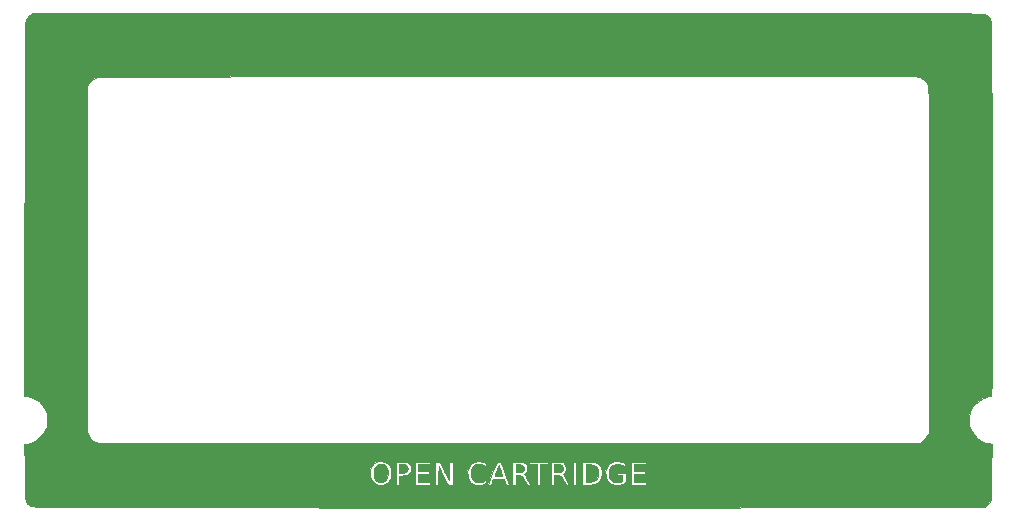
<source format=gbr>
G04 #@! TF.GenerationSoftware,KiCad,Pcbnew,5.0.2-bee76a0~70~ubuntu18.04.1*
G04 #@! TF.CreationDate,2020-04-30T09:21:28+02:00*
G04 #@! TF.ProjectId,OpenFrame,4f70656e-4672-4616-9d65-2e6b69636164,rev?*
G04 #@! TF.SameCoordinates,Original*
G04 #@! TF.FileFunction,Legend,Top*
G04 #@! TF.FilePolarity,Positive*
%FSLAX46Y46*%
G04 Gerber Fmt 4.6, Leading zero omitted, Abs format (unit mm)*
G04 Created by KiCad (PCBNEW 5.0.2-bee76a0~70~ubuntu18.04.1) date Do 30 Apr 2020 09:21:28 CEST*
%MOMM*%
%LPD*%
G01*
G04 APERTURE LIST*
%ADD10C,0.010000*%
%ADD11C,0.150000*%
G04 APERTURE END LIST*
D10*
G04 #@! TO.C,G\002A\002A\002A*
G36*
X111920566Y-83713537D02*
X112198575Y-83754020D01*
X112406676Y-83838566D01*
X112550203Y-83972418D01*
X112634489Y-84160820D01*
X112664868Y-84409015D01*
X112665138Y-84445433D01*
X112640871Y-84715036D01*
X112566666Y-84918646D01*
X112437316Y-85061363D01*
X112247610Y-85148285D01*
X111992340Y-85184513D01*
X111908319Y-85186266D01*
X111607800Y-85186266D01*
X111607800Y-83693465D01*
X111920566Y-83713537D01*
X111920566Y-83713537D01*
G37*
X111920566Y-83713537D02*
X112198575Y-83754020D01*
X112406676Y-83838566D01*
X112550203Y-83972418D01*
X112634489Y-84160820D01*
X112664868Y-84409015D01*
X112665138Y-84445433D01*
X112640871Y-84715036D01*
X112566666Y-84918646D01*
X112437316Y-85061363D01*
X112247610Y-85148285D01*
X111992340Y-85184513D01*
X111908319Y-85186266D01*
X111607800Y-85186266D01*
X111607800Y-83693465D01*
X111920566Y-83713537D01*
G36*
X109221623Y-83712618D02*
X109385480Y-83728479D01*
X109489381Y-83755604D01*
X109557970Y-83801900D01*
X109581456Y-83828073D01*
X109651620Y-83975036D01*
X109644978Y-84130813D01*
X109562848Y-84271580D01*
X109556557Y-84278024D01*
X109481512Y-84338703D01*
X109392692Y-84370254D01*
X109260208Y-84381309D01*
X109196724Y-84381933D01*
X108940800Y-84381933D01*
X108940800Y-83694736D01*
X109221623Y-83712618D01*
X109221623Y-83712618D01*
G37*
X109221623Y-83712618D02*
X109385480Y-83728479D01*
X109489381Y-83755604D01*
X109557970Y-83801900D01*
X109581456Y-83828073D01*
X109651620Y-83975036D01*
X109644978Y-84130813D01*
X109562848Y-84271580D01*
X109556557Y-84278024D01*
X109481512Y-84338703D01*
X109392692Y-84370254D01*
X109260208Y-84381309D01*
X109196724Y-84381933D01*
X108940800Y-84381933D01*
X108940800Y-83694736D01*
X109221623Y-83712618D01*
G36*
X105941430Y-83713251D02*
X106102516Y-83731907D01*
X106204681Y-83764893D01*
X106273481Y-83820933D01*
X106280096Y-83828863D01*
X106349772Y-83975306D01*
X106342934Y-84130871D01*
X106260952Y-84271471D01*
X106254557Y-84278024D01*
X106173817Y-84341730D01*
X106076442Y-84373044D01*
X105930069Y-84381897D01*
X105915891Y-84381933D01*
X105681133Y-84381933D01*
X105681133Y-83694423D01*
X105941430Y-83713251D01*
X105941430Y-83713251D01*
G37*
X105941430Y-83713251D02*
X106102516Y-83731907D01*
X106204681Y-83764893D01*
X106273481Y-83820933D01*
X106280096Y-83828863D01*
X106349772Y-83975306D01*
X106342934Y-84130871D01*
X106260952Y-84271471D01*
X106254557Y-84278024D01*
X106173817Y-84341730D01*
X106076442Y-84373044D01*
X105930069Y-84381897D01*
X105915891Y-84381933D01*
X105681133Y-84381933D01*
X105681133Y-83694423D01*
X105941430Y-83713251D01*
G36*
X104244982Y-83845008D02*
X104285345Y-83949578D01*
X104338289Y-84093397D01*
X104396543Y-84255987D01*
X104452833Y-84416871D01*
X104499887Y-84555571D01*
X104530433Y-84651609D01*
X104538133Y-84683316D01*
X104499262Y-84701137D01*
X104396437Y-84714320D01*
X104250344Y-84720436D01*
X104220633Y-84720600D01*
X104032591Y-84714193D01*
X103927383Y-84695025D01*
X103903133Y-84671910D01*
X103916431Y-84615988D01*
X103951599Y-84506450D01*
X104001544Y-84362531D01*
X104059176Y-84203471D01*
X104117403Y-84048506D01*
X104169133Y-83916874D01*
X104207277Y-83827813D01*
X104224474Y-83800163D01*
X104244982Y-83845008D01*
X104244982Y-83845008D01*
G37*
X104244982Y-83845008D02*
X104285345Y-83949578D01*
X104338289Y-84093397D01*
X104396543Y-84255987D01*
X104452833Y-84416871D01*
X104499887Y-84555571D01*
X104530433Y-84651609D01*
X104538133Y-84683316D01*
X104499262Y-84701137D01*
X104396437Y-84714320D01*
X104250344Y-84720436D01*
X104220633Y-84720600D01*
X104032591Y-84714193D01*
X103927383Y-84695025D01*
X103903133Y-84671910D01*
X103916431Y-84615988D01*
X103951599Y-84506450D01*
X104001544Y-84362531D01*
X104059176Y-84203471D01*
X104117403Y-84048506D01*
X104169133Y-83916874D01*
X104207277Y-83827813D01*
X104224474Y-83800163D01*
X104244982Y-83845008D01*
G36*
X96242020Y-83724168D02*
X96391117Y-83785997D01*
X96484527Y-83894776D01*
X96497658Y-83923167D01*
X96525181Y-84076351D01*
X96493256Y-84225494D01*
X96410648Y-84340755D01*
X96366369Y-84370188D01*
X96262913Y-84401232D01*
X96117715Y-84420553D01*
X96039717Y-84423642D01*
X95817467Y-84424266D01*
X95817467Y-83704600D01*
X96027141Y-83704600D01*
X96242020Y-83724168D01*
X96242020Y-83724168D01*
G37*
X96242020Y-83724168D02*
X96391117Y-83785997D01*
X96484527Y-83894776D01*
X96497658Y-83923167D01*
X96525181Y-84076351D01*
X96493256Y-84225494D01*
X96410648Y-84340755D01*
X96366369Y-84370188D01*
X96262913Y-84401232D01*
X96117715Y-84420553D01*
X96039717Y-84423642D01*
X95817467Y-84424266D01*
X95817467Y-83704600D01*
X96027141Y-83704600D01*
X96242020Y-83724168D01*
G36*
X94442620Y-83709982D02*
X94568044Y-83763821D01*
X94698170Y-83895588D01*
X94787037Y-84080108D01*
X94834869Y-84297689D01*
X94841885Y-84528635D01*
X94808308Y-84753255D01*
X94734357Y-84951854D01*
X94620255Y-85104740D01*
X94552417Y-85155441D01*
X94381769Y-85214663D01*
X94183073Y-85223067D01*
X93995684Y-85181075D01*
X93930245Y-85148772D01*
X93784358Y-85011681D01*
X93691275Y-84810005D01*
X93650562Y-84542690D01*
X93648525Y-84467190D01*
X93675284Y-84181273D01*
X93760112Y-83955593D01*
X93903883Y-83787954D01*
X93926233Y-83770831D01*
X94074627Y-83706340D01*
X94258955Y-83685923D01*
X94442620Y-83709982D01*
X94442620Y-83709982D01*
G37*
X94442620Y-83709982D02*
X94568044Y-83763821D01*
X94698170Y-83895588D01*
X94787037Y-84080108D01*
X94834869Y-84297689D01*
X94841885Y-84528635D01*
X94808308Y-84753255D01*
X94734357Y-84951854D01*
X94620255Y-85104740D01*
X94552417Y-85155441D01*
X94381769Y-85214663D01*
X94183073Y-85223067D01*
X93995684Y-85181075D01*
X93930245Y-85148772D01*
X93784358Y-85011681D01*
X93691275Y-84810005D01*
X93650562Y-84542690D01*
X93648525Y-84467190D01*
X93675284Y-84181273D01*
X93760112Y-83955593D01*
X93903883Y-83787954D01*
X93926233Y-83770831D01*
X94074627Y-83706340D01*
X94258955Y-83685923D01*
X94442620Y-83709982D01*
G36*
X104640607Y-45494273D02*
X106479005Y-45495398D01*
X108297671Y-45496578D01*
X110094728Y-45497813D01*
X111868302Y-45499098D01*
X113616516Y-45500432D01*
X115337493Y-45501811D01*
X117029360Y-45503234D01*
X118690238Y-45504697D01*
X120318253Y-45506198D01*
X121911529Y-45507734D01*
X123468189Y-45509303D01*
X124986359Y-45510901D01*
X126464161Y-45512528D01*
X127899720Y-45514178D01*
X129291161Y-45515851D01*
X130636607Y-45517544D01*
X131934182Y-45519253D01*
X133182011Y-45520977D01*
X134378217Y-45522712D01*
X135520925Y-45524456D01*
X136608260Y-45526206D01*
X137638344Y-45527960D01*
X138609302Y-45529715D01*
X139519259Y-45531469D01*
X140366337Y-45533218D01*
X141148663Y-45534961D01*
X141864359Y-45536694D01*
X142511549Y-45538415D01*
X143088359Y-45540121D01*
X143592911Y-45541810D01*
X144023330Y-45543479D01*
X144377741Y-45545125D01*
X144654266Y-45546746D01*
X144851032Y-45548339D01*
X144966160Y-45549902D01*
X144995617Y-45550847D01*
X145204333Y-45566656D01*
X145347654Y-45582975D01*
X145444736Y-45604832D01*
X145514729Y-45637252D01*
X145576788Y-45685262D01*
X145604371Y-45710606D01*
X145707607Y-45831145D01*
X145802876Y-45979706D01*
X145827238Y-46027933D01*
X145843484Y-46065236D01*
X145857669Y-46105793D01*
X145869995Y-46155508D01*
X145880663Y-46220283D01*
X145889874Y-46306022D01*
X145897831Y-46418629D01*
X145904733Y-46564008D01*
X145910783Y-46748061D01*
X145916182Y-46976693D01*
X145921132Y-47255807D01*
X145925833Y-47591307D01*
X145930487Y-47989096D01*
X145935296Y-48455077D01*
X145940461Y-48995154D01*
X145944925Y-49478100D01*
X145947452Y-49796281D01*
X145949950Y-50194605D01*
X145952408Y-50668546D01*
X145954816Y-51213579D01*
X145957166Y-51825182D01*
X145959448Y-52498827D01*
X145961651Y-53229992D01*
X145963766Y-54014151D01*
X145965785Y-54846780D01*
X145967696Y-55723354D01*
X145969490Y-56639348D01*
X145971159Y-57590239D01*
X145972691Y-58571501D01*
X145974078Y-59578609D01*
X145975310Y-60607040D01*
X145976377Y-61652268D01*
X145977269Y-62709769D01*
X145977978Y-63775018D01*
X145978493Y-64843491D01*
X145978657Y-65318497D01*
X145979011Y-66542493D01*
X145979295Y-67684651D01*
X145979495Y-68747797D01*
X145979593Y-69734759D01*
X145979576Y-70648366D01*
X145979425Y-71491444D01*
X145979127Y-72266821D01*
X145978664Y-72977325D01*
X145978022Y-73625784D01*
X145977185Y-74215025D01*
X145976136Y-74747876D01*
X145974860Y-75227165D01*
X145973341Y-75655719D01*
X145971564Y-76036366D01*
X145969513Y-76371933D01*
X145967171Y-76665249D01*
X145964524Y-76919140D01*
X145961555Y-77136435D01*
X145958248Y-77319961D01*
X145954589Y-77472546D01*
X145950560Y-77597018D01*
X145946147Y-77696204D01*
X145941333Y-77772931D01*
X145936103Y-77830028D01*
X145930441Y-77870322D01*
X145924331Y-77896641D01*
X145917758Y-77911812D01*
X145910706Y-77918664D01*
X145908383Y-77919550D01*
X145826732Y-77939798D01*
X145696692Y-77969947D01*
X145601467Y-77991276D01*
X145221773Y-78116697D01*
X144877126Y-78312872D01*
X144577708Y-78570504D01*
X144333703Y-78880297D01*
X144155294Y-79232953D01*
X144115336Y-79348117D01*
X144059330Y-79614105D01*
X144037257Y-79918573D01*
X144049913Y-80222108D01*
X144092764Y-80466100D01*
X144236950Y-80847573D01*
X144450007Y-81185569D01*
X144724431Y-81473155D01*
X145052722Y-81703403D01*
X145427377Y-81869381D01*
X145686487Y-81938367D01*
X145961300Y-81994062D01*
X145945316Y-84383914D01*
X145929333Y-86773766D01*
X145785433Y-86951607D01*
X145673281Y-87076214D01*
X145553848Y-87188358D01*
X145505083Y-87226774D01*
X145368633Y-87324100D01*
X137833300Y-87351789D01*
X137293958Y-87353578D01*
X136673120Y-87355291D01*
X135973956Y-87356928D01*
X135199635Y-87358488D01*
X134353327Y-87359971D01*
X133438204Y-87361379D01*
X132457434Y-87362711D01*
X131414188Y-87363968D01*
X130311637Y-87365150D01*
X129152949Y-87366256D01*
X127941296Y-87367288D01*
X126679846Y-87368246D01*
X125371771Y-87369129D01*
X124020241Y-87369938D01*
X122628425Y-87370674D01*
X121199493Y-87371335D01*
X119736616Y-87371924D01*
X118242964Y-87372439D01*
X116721707Y-87372882D01*
X115176014Y-87373252D01*
X113609057Y-87373550D01*
X112024004Y-87373775D01*
X110424027Y-87373929D01*
X108812295Y-87374011D01*
X107191978Y-87374022D01*
X105566246Y-87373961D01*
X103938270Y-87373829D01*
X102311220Y-87373627D01*
X100688264Y-87373354D01*
X99072575Y-87373011D01*
X97467322Y-87372598D01*
X95875674Y-87372116D01*
X94300802Y-87371563D01*
X92745876Y-87370942D01*
X91214066Y-87370251D01*
X89708542Y-87369491D01*
X88232475Y-87368663D01*
X86789034Y-87367767D01*
X85381389Y-87366802D01*
X84012711Y-87365770D01*
X82686169Y-87364670D01*
X81404934Y-87363502D01*
X80172175Y-87362268D01*
X78991064Y-87360966D01*
X77864769Y-87359598D01*
X76796461Y-87358163D01*
X75789310Y-87356662D01*
X74846486Y-87355095D01*
X73971160Y-87353462D01*
X73166500Y-87351764D01*
X72435678Y-87350000D01*
X71781864Y-87348171D01*
X71369967Y-87346847D01*
X70486091Y-87343884D01*
X69682900Y-87341238D01*
X68956409Y-87338766D01*
X68302638Y-87336323D01*
X67717604Y-87333769D01*
X67197325Y-87330959D01*
X66737819Y-87327752D01*
X66335103Y-87324004D01*
X65985197Y-87319572D01*
X65684117Y-87314315D01*
X65427882Y-87308089D01*
X65212510Y-87300751D01*
X65034018Y-87292159D01*
X64888424Y-87282170D01*
X64771747Y-87270641D01*
X64680004Y-87257429D01*
X64609213Y-87242392D01*
X64555393Y-87225387D01*
X64514560Y-87206271D01*
X64482734Y-87184901D01*
X64455931Y-87161135D01*
X64430170Y-87134830D01*
X64401469Y-87105843D01*
X64391770Y-87096677D01*
X64339909Y-87048022D01*
X64295134Y-87000762D01*
X64256847Y-86948566D01*
X64224448Y-86885101D01*
X64197340Y-86804036D01*
X64174923Y-86699039D01*
X64156599Y-86563778D01*
X64141768Y-86391923D01*
X64129833Y-86177141D01*
X64120194Y-85913100D01*
X64112252Y-85593468D01*
X64105408Y-85211915D01*
X64099065Y-84762108D01*
X64094722Y-84408578D01*
X93336788Y-84408578D01*
X93357917Y-84685350D01*
X93443492Y-84955612D01*
X93492303Y-85051115D01*
X93650578Y-85247797D01*
X93858654Y-85388263D01*
X94097993Y-85466286D01*
X94350060Y-85475634D01*
X94580576Y-85416854D01*
X94814597Y-85280074D01*
X94984460Y-85090863D01*
X95091543Y-84846874D01*
X95137223Y-84545756D01*
X95139203Y-84464328D01*
X95108561Y-84149111D01*
X95015802Y-83885942D01*
X94862641Y-83678673D01*
X94748025Y-83586390D01*
X94539024Y-83492933D01*
X95563467Y-83492933D01*
X95563467Y-85440266D01*
X95817467Y-85440266D01*
X95817467Y-84678266D01*
X95959855Y-84678266D01*
X96225025Y-84658427D01*
X96451091Y-84602302D01*
X96620748Y-84514983D01*
X96672447Y-84468674D01*
X96781287Y-84293250D01*
X96823228Y-84095286D01*
X96800427Y-83896180D01*
X96715043Y-83717333D01*
X96583789Y-83589563D01*
X96507740Y-83544930D01*
X96425947Y-83516461D01*
X96317324Y-83500654D01*
X96160782Y-83494010D01*
X96001706Y-83492933D01*
X97172133Y-83492933D01*
X97172133Y-85440266D01*
X98447757Y-85440266D01*
X98434362Y-85323850D01*
X98420967Y-85207433D01*
X97426133Y-85183579D01*
X97426133Y-84508933D01*
X98357467Y-84508933D01*
X98357467Y-84254933D01*
X97426133Y-84254933D01*
X97426133Y-83704600D01*
X98399800Y-83704600D01*
X98399800Y-83492933D01*
X98865467Y-83492933D01*
X98865467Y-85440266D01*
X99117598Y-85440266D01*
X99129116Y-84660420D01*
X99140633Y-83880575D01*
X99556136Y-84660420D01*
X99971639Y-85440266D01*
X100347133Y-85440266D01*
X100347133Y-84377049D01*
X101593328Y-84377049D01*
X101602245Y-84633146D01*
X101649723Y-84869455D01*
X101694850Y-84984887D01*
X101841112Y-85191699D01*
X102041116Y-85345534D01*
X102279083Y-85441740D01*
X102539235Y-85475665D01*
X102784795Y-85445258D01*
X103312465Y-85445258D01*
X103466943Y-85432179D01*
X103554392Y-85419653D01*
X103610106Y-85387189D01*
X103652562Y-85314648D01*
X103700240Y-85181893D01*
X103702305Y-85175683D01*
X103783189Y-84932266D01*
X104648718Y-84932266D01*
X104735363Y-85175683D01*
X104787002Y-85310948D01*
X104831607Y-85385461D01*
X104887697Y-85419189D01*
X104973136Y-85432043D01*
X105124264Y-85444987D01*
X104767180Y-84506411D01*
X104665699Y-84240626D01*
X104573474Y-84000882D01*
X104494973Y-83798654D01*
X104434667Y-83645415D01*
X104397026Y-83552642D01*
X104386949Y-83530384D01*
X104333224Y-83505914D01*
X104230498Y-83493653D01*
X104207551Y-83493311D01*
X104051300Y-83493689D01*
X103776133Y-84222395D01*
X103680621Y-84475194D01*
X103588266Y-84719384D01*
X103506116Y-84936346D01*
X103441221Y-85107463D01*
X103406716Y-85198180D01*
X103312465Y-85445258D01*
X102784795Y-85445258D01*
X102805793Y-85442658D01*
X103002186Y-85370321D01*
X103111596Y-85303239D01*
X103162482Y-85225405D01*
X103175565Y-85154516D01*
X103178949Y-85058123D01*
X103155061Y-85024635D01*
X103090151Y-85050662D01*
X103000449Y-85111343D01*
X102842809Y-85183958D01*
X102644065Y-85221158D01*
X102437009Y-85221477D01*
X102254433Y-85183445D01*
X102180105Y-85148059D01*
X102040530Y-85030363D01*
X101950527Y-84876149D01*
X101903734Y-84670299D01*
X101893140Y-84466600D01*
X101911182Y-84210298D01*
X101971698Y-84013276D01*
X102081958Y-83857811D01*
X102176429Y-83776052D01*
X102332852Y-83706304D01*
X102531405Y-83684951D01*
X102745426Y-83711034D01*
X102948249Y-83783600D01*
X102987791Y-83805162D01*
X103183467Y-83919835D01*
X103183467Y-83774708D01*
X103172434Y-83674612D01*
X103124366Y-83609903D01*
X103024717Y-83553016D01*
X102849587Y-83495910D01*
X102829786Y-83492933D01*
X105384800Y-83492933D01*
X105384800Y-85440266D01*
X105681133Y-85440266D01*
X105681133Y-84635933D01*
X105906587Y-84635933D01*
X106036921Y-84643354D01*
X106138335Y-84673837D01*
X106224553Y-84739710D01*
X106309297Y-84853303D01*
X106406293Y-85026943D01*
X106460289Y-85133350D01*
X106538436Y-85285540D01*
X106595454Y-85376790D01*
X106646562Y-85422626D01*
X106706981Y-85438572D01*
X106761165Y-85440266D01*
X106858935Y-85433523D01*
X106907593Y-85416953D01*
X106908800Y-85413540D01*
X106888043Y-85353070D01*
X106833453Y-85241308D01*
X106756549Y-85098455D01*
X106668851Y-84944714D01*
X106581879Y-84800286D01*
X106507154Y-84685374D01*
X106456638Y-84620604D01*
X106364309Y-84531388D01*
X106492452Y-84424410D01*
X106598069Y-84284623D01*
X106647707Y-84102326D01*
X106637221Y-83901955D01*
X106600965Y-83784701D01*
X106531429Y-83666505D01*
X106428902Y-83582929D01*
X106280690Y-83529276D01*
X106074099Y-83500849D01*
X105812319Y-83492933D01*
X106781800Y-83492933D01*
X106781800Y-83598766D01*
X106785409Y-83651255D01*
X106807752Y-83682684D01*
X106866104Y-83698452D01*
X106977739Y-83703957D01*
X107120467Y-83704600D01*
X107459133Y-83704600D01*
X107459133Y-85440266D01*
X107755467Y-85440266D01*
X108686800Y-85440266D01*
X108940800Y-85440266D01*
X108940800Y-84635933D01*
X109187421Y-84635933D01*
X109325533Y-84642407D01*
X109431193Y-84670073D01*
X109518691Y-84731296D01*
X109602318Y-84838441D01*
X109696364Y-85003872D01*
X109762289Y-85133350D01*
X109840413Y-85285521D01*
X109897401Y-85376764D01*
X109948496Y-85422602D01*
X110008940Y-85438561D01*
X110063638Y-85440266D01*
X110211745Y-85440266D01*
X110037558Y-85091016D01*
X109947388Y-84920829D01*
X109857018Y-84767921D01*
X109781545Y-84657284D01*
X109759918Y-84631529D01*
X109656466Y-84521291D01*
X109762549Y-84451783D01*
X109858020Y-84345708D01*
X109923627Y-84188542D01*
X109949161Y-84011550D01*
X109940583Y-83906598D01*
X109891168Y-83781423D01*
X109803928Y-83658104D01*
X109784279Y-83637931D01*
X109724682Y-83584383D01*
X109666471Y-83548426D01*
X109591124Y-83525892D01*
X109480119Y-83512611D01*
X109314936Y-83504414D01*
X109170973Y-83499873D01*
X108934775Y-83492933D01*
X110549467Y-83492933D01*
X110549467Y-85440266D01*
X110803467Y-85440266D01*
X110803467Y-83492933D01*
X111311467Y-83492933D01*
X111311467Y-85449184D01*
X111808883Y-85433585D01*
X112040052Y-85423727D01*
X112208276Y-85408698D01*
X112335265Y-85384925D01*
X112442726Y-85348835D01*
X112510176Y-85318164D01*
X112697638Y-85200410D01*
X112827737Y-85051621D01*
X112908904Y-84856893D01*
X112949568Y-84601326D01*
X112954014Y-84533602D01*
X112950427Y-84368020D01*
X113274308Y-84368020D01*
X113279934Y-84620335D01*
X113322035Y-84853782D01*
X113385800Y-85013183D01*
X113471172Y-85141438D01*
X113564075Y-85248819D01*
X113599914Y-85279958D01*
X113838202Y-85406280D01*
X114114210Y-85469958D01*
X114405694Y-85468121D01*
X114643737Y-85414685D01*
X114796438Y-85358542D01*
X114896938Y-85300153D01*
X114956101Y-85221093D01*
X114984793Y-85102935D01*
X114993879Y-84927254D01*
X114994467Y-84819872D01*
X114994467Y-84424266D01*
X114634633Y-84424266D01*
X114460385Y-84425238D01*
X114354040Y-84431440D01*
X114298837Y-84447802D01*
X114278011Y-84479255D01*
X114274800Y-84530100D01*
X114281662Y-84592911D01*
X114316685Y-84624245D01*
X114401520Y-84634930D01*
X114486467Y-84635933D01*
X114698133Y-84635933D01*
X114698133Y-84888443D01*
X114690352Y-85042525D01*
X114657096Y-85141839D01*
X114583497Y-85198109D01*
X114454685Y-85223063D01*
X114267000Y-85228441D01*
X114014910Y-85201683D01*
X113823099Y-85118654D01*
X113686650Y-84974721D01*
X113600646Y-84765252D01*
X113566940Y-84568768D01*
X113570996Y-84285451D01*
X113640172Y-84049054D01*
X113765589Y-83865351D01*
X113938371Y-83740119D01*
X114149639Y-83679132D01*
X114390516Y-83688166D01*
X114652124Y-83772997D01*
X114729883Y-83812209D01*
X114909800Y-83910306D01*
X114909800Y-83766207D01*
X114895313Y-83658204D01*
X114836022Y-83588382D01*
X114772554Y-83551135D01*
X114620321Y-83499859D01*
X114576580Y-83492933D01*
X115460133Y-83492933D01*
X115460133Y-85440266D01*
X116735757Y-85440266D01*
X116722362Y-85323850D01*
X116708967Y-85207433D01*
X115714133Y-85183579D01*
X115714133Y-84508933D01*
X116645467Y-84508933D01*
X116645467Y-84254933D01*
X115714133Y-84254933D01*
X115714133Y-83704600D01*
X116687800Y-83704600D01*
X116687800Y-83492933D01*
X115460133Y-83492933D01*
X114576580Y-83492933D01*
X114418249Y-83467863D01*
X114199460Y-83457508D01*
X113997074Y-83471159D01*
X113906308Y-83489333D01*
X113673691Y-83594999D01*
X113480160Y-83771563D01*
X113373868Y-83932175D01*
X113305504Y-84128184D01*
X113274308Y-84368020D01*
X112950427Y-84368020D01*
X112947512Y-84233501D01*
X112890800Y-83994550D01*
X112780619Y-83807442D01*
X112660581Y-83695271D01*
X112526829Y-83609019D01*
X112385405Y-83550216D01*
X112216339Y-83514320D01*
X111999660Y-83496789D01*
X111770816Y-83492933D01*
X111311467Y-83492933D01*
X110803467Y-83492933D01*
X110549467Y-83492933D01*
X108934775Y-83492933D01*
X108686800Y-83485647D01*
X108686800Y-85440266D01*
X107755467Y-85440266D01*
X107755467Y-83704600D01*
X108094133Y-83704600D01*
X108262098Y-83703472D01*
X108362672Y-83696489D01*
X108413129Y-83678254D01*
X108430745Y-83643368D01*
X108432800Y-83598766D01*
X108432800Y-83492933D01*
X106781800Y-83492933D01*
X105812319Y-83492933D01*
X105384800Y-83492933D01*
X102829786Y-83492933D01*
X102632886Y-83463331D01*
X102411820Y-83458008D01*
X102223592Y-83482670D01*
X102191745Y-83491906D01*
X101966804Y-83609102D01*
X101779633Y-83793662D01*
X101691570Y-83932175D01*
X101623070Y-84132835D01*
X101593328Y-84377049D01*
X100347133Y-84377049D01*
X100347133Y-83492933D01*
X100052710Y-83492933D01*
X100041171Y-84252465D01*
X100029633Y-85011998D01*
X99627467Y-84252537D01*
X99225300Y-83493076D01*
X99045383Y-83493004D01*
X98865467Y-83492933D01*
X98399800Y-83492933D01*
X97172133Y-83492933D01*
X96001706Y-83492933D01*
X95563467Y-83492933D01*
X94539024Y-83492933D01*
X94535168Y-83491209D01*
X94288438Y-83452482D01*
X94038314Y-83471643D01*
X93828366Y-83543182D01*
X93625895Y-83692599D01*
X93474196Y-83896864D01*
X93376687Y-84140637D01*
X93336788Y-84408578D01*
X64094722Y-84408578D01*
X64092623Y-84237716D01*
X64088524Y-83890064D01*
X64066055Y-81980029D01*
X64314212Y-81951953D01*
X64640928Y-81875646D01*
X64964911Y-81727694D01*
X65269909Y-81520030D01*
X65539671Y-81264589D01*
X65757348Y-80974100D01*
X69380300Y-80974100D01*
X69475772Y-81167842D01*
X69584273Y-81342108D01*
X69737266Y-81531148D01*
X69907677Y-81704497D01*
X70061927Y-81827473D01*
X70075570Y-81835029D01*
X70094561Y-81842093D01*
X70121746Y-81848688D01*
X70159972Y-81854838D01*
X70212084Y-81860565D01*
X70280928Y-81865892D01*
X70369352Y-81870842D01*
X70480200Y-81875437D01*
X70616319Y-81879701D01*
X70780555Y-81883657D01*
X70975754Y-81887326D01*
X71204762Y-81890733D01*
X71470425Y-81893900D01*
X71775590Y-81896850D01*
X72123103Y-81899605D01*
X72515809Y-81902188D01*
X72956554Y-81904624D01*
X73448186Y-81906933D01*
X73993549Y-81909139D01*
X74595491Y-81911265D01*
X75256856Y-81913335D01*
X75980492Y-81915369D01*
X76769244Y-81917392D01*
X77625959Y-81919427D01*
X78553482Y-81921495D01*
X79554660Y-81923621D01*
X80632338Y-81925827D01*
X81789364Y-81928135D01*
X82861603Y-81930242D01*
X84075892Y-81932457D01*
X85361989Y-81934500D01*
X86710581Y-81936366D01*
X88112357Y-81938053D01*
X89558004Y-81939556D01*
X91038208Y-81940871D01*
X92543659Y-81941994D01*
X94065043Y-81942922D01*
X95593048Y-81943650D01*
X97118362Y-81944175D01*
X98631671Y-81944492D01*
X100123664Y-81944597D01*
X101585028Y-81944487D01*
X103006451Y-81944158D01*
X104378619Y-81943606D01*
X105692221Y-81942826D01*
X106937945Y-81941815D01*
X107882467Y-81940834D01*
X109042371Y-81939544D01*
X110253519Y-81938285D01*
X111507914Y-81937064D01*
X112797556Y-81935883D01*
X114114449Y-81934750D01*
X115450595Y-81933668D01*
X116797994Y-81932644D01*
X118148649Y-81931682D01*
X119494563Y-81930787D01*
X120827737Y-81929964D01*
X122140173Y-81929219D01*
X123423874Y-81928557D01*
X124670840Y-81927983D01*
X125873075Y-81927501D01*
X127022580Y-81927118D01*
X128111357Y-81926838D01*
X129131408Y-81926666D01*
X130068502Y-81926608D01*
X139914372Y-81926600D01*
X140171925Y-81693527D01*
X140313199Y-81551071D01*
X140439350Y-81398296D01*
X140525338Y-81265683D01*
X140528389Y-81259610D01*
X140627300Y-81058766D01*
X140638985Y-66379711D01*
X140640021Y-65048391D01*
X140640935Y-63799133D01*
X140641719Y-62629333D01*
X140642362Y-61536387D01*
X140642855Y-60517689D01*
X140643188Y-59570637D01*
X140643351Y-58692624D01*
X140643335Y-57881048D01*
X140643129Y-57133304D01*
X140642725Y-56446787D01*
X140642111Y-55818893D01*
X140641280Y-55247018D01*
X140640220Y-54728556D01*
X140638922Y-54260905D01*
X140637377Y-53841459D01*
X140635574Y-53467615D01*
X140633505Y-53136767D01*
X140631158Y-52846312D01*
X140628525Y-52593644D01*
X140625596Y-52376161D01*
X140622361Y-52191257D01*
X140618811Y-52036328D01*
X140614934Y-51908769D01*
X140610723Y-51805977D01*
X140606167Y-51725347D01*
X140601256Y-51664274D01*
X140595981Y-51620154D01*
X140590332Y-51590384D01*
X140584299Y-51572357D01*
X140583673Y-51571099D01*
X140440353Y-51360696D01*
X140245137Y-51163756D01*
X140029066Y-51010783D01*
X139994986Y-50992604D01*
X139871381Y-50938412D01*
X139736383Y-50900199D01*
X139566219Y-50872986D01*
X139337116Y-50851794D01*
X139314967Y-50850169D01*
X139219831Y-50846441D01*
X139041503Y-50842930D01*
X138781460Y-50839638D01*
X138441175Y-50836563D01*
X138022124Y-50833706D01*
X137525782Y-50831066D01*
X136953624Y-50828643D01*
X136307125Y-50826437D01*
X135587759Y-50824448D01*
X134797003Y-50822675D01*
X133936331Y-50821120D01*
X133007219Y-50819780D01*
X132011140Y-50818657D01*
X130949571Y-50817750D01*
X129823986Y-50817059D01*
X128635861Y-50816584D01*
X127386670Y-50816325D01*
X126077888Y-50816281D01*
X124710991Y-50816452D01*
X123287454Y-50816839D01*
X121808751Y-50817441D01*
X120276358Y-50818258D01*
X118691750Y-50819289D01*
X117056401Y-50820535D01*
X115371788Y-50821996D01*
X113639384Y-50823671D01*
X111860665Y-50825560D01*
X110037107Y-50827664D01*
X108170183Y-50829981D01*
X106261370Y-50832512D01*
X104312141Y-50835257D01*
X102323973Y-50838215D01*
X100298340Y-50841386D01*
X98236718Y-50844771D01*
X96140581Y-50848368D01*
X94011404Y-50852179D01*
X92559482Y-50854865D01*
X70187997Y-50896796D01*
X70038149Y-50997619D01*
X69791789Y-51197151D01*
X69570931Y-51438168D01*
X69493498Y-51544976D01*
X69386078Y-51706852D01*
X69380300Y-80974100D01*
X65757348Y-80974100D01*
X65757943Y-80973306D01*
X65833954Y-80835912D01*
X65907790Y-80679891D01*
X65955427Y-80553236D01*
X65983650Y-80426624D01*
X65999246Y-80270735D01*
X66007995Y-80083856D01*
X66010918Y-79819549D01*
X65995906Y-79611394D01*
X65960760Y-79432354D01*
X65952568Y-79402668D01*
X65799518Y-79011459D01*
X65581910Y-78673816D01*
X65303035Y-78392658D01*
X64966181Y-78170903D01*
X64574640Y-78011471D01*
X64310883Y-77946171D01*
X64067467Y-77898930D01*
X64071937Y-70546515D01*
X64072600Y-69686586D01*
X64073577Y-68752251D01*
X64074847Y-67753771D01*
X64076389Y-66701405D01*
X64078182Y-65605415D01*
X64080205Y-64476059D01*
X64082437Y-63323599D01*
X64084856Y-62158295D01*
X64087441Y-60990407D01*
X64090171Y-59830195D01*
X64093025Y-58687920D01*
X64095982Y-57573841D01*
X64099021Y-56498219D01*
X64102120Y-55471315D01*
X64104651Y-54685100D01*
X64108014Y-53682904D01*
X64111201Y-52761908D01*
X64114250Y-51918645D01*
X64117203Y-51149647D01*
X64120098Y-50451449D01*
X64122975Y-49820582D01*
X64125875Y-49253579D01*
X64128837Y-48746975D01*
X64131901Y-48297302D01*
X64135107Y-47901093D01*
X64138494Y-47554882D01*
X64142103Y-47255201D01*
X64145973Y-46998583D01*
X64150144Y-46781562D01*
X64154656Y-46600670D01*
X64159549Y-46452441D01*
X64164863Y-46333408D01*
X64170636Y-46240104D01*
X64176911Y-46169062D01*
X64183725Y-46116814D01*
X64191119Y-46079895D01*
X64199132Y-46054838D01*
X64203910Y-46044687D01*
X64270504Y-45951066D01*
X64379080Y-45828085D01*
X64507063Y-45701169D01*
X64517086Y-45691953D01*
X64759247Y-45470632D01*
X104640607Y-45494273D01*
X104640607Y-45494273D01*
G37*
X104640607Y-45494273D02*
X106479005Y-45495398D01*
X108297671Y-45496578D01*
X110094728Y-45497813D01*
X111868302Y-45499098D01*
X113616516Y-45500432D01*
X115337493Y-45501811D01*
X117029360Y-45503234D01*
X118690238Y-45504697D01*
X120318253Y-45506198D01*
X121911529Y-45507734D01*
X123468189Y-45509303D01*
X124986359Y-45510901D01*
X126464161Y-45512528D01*
X127899720Y-45514178D01*
X129291161Y-45515851D01*
X130636607Y-45517544D01*
X131934182Y-45519253D01*
X133182011Y-45520977D01*
X134378217Y-45522712D01*
X135520925Y-45524456D01*
X136608260Y-45526206D01*
X137638344Y-45527960D01*
X138609302Y-45529715D01*
X139519259Y-45531469D01*
X140366337Y-45533218D01*
X141148663Y-45534961D01*
X141864359Y-45536694D01*
X142511549Y-45538415D01*
X143088359Y-45540121D01*
X143592911Y-45541810D01*
X144023330Y-45543479D01*
X144377741Y-45545125D01*
X144654266Y-45546746D01*
X144851032Y-45548339D01*
X144966160Y-45549902D01*
X144995617Y-45550847D01*
X145204333Y-45566656D01*
X145347654Y-45582975D01*
X145444736Y-45604832D01*
X145514729Y-45637252D01*
X145576788Y-45685262D01*
X145604371Y-45710606D01*
X145707607Y-45831145D01*
X145802876Y-45979706D01*
X145827238Y-46027933D01*
X145843484Y-46065236D01*
X145857669Y-46105793D01*
X145869995Y-46155508D01*
X145880663Y-46220283D01*
X145889874Y-46306022D01*
X145897831Y-46418629D01*
X145904733Y-46564008D01*
X145910783Y-46748061D01*
X145916182Y-46976693D01*
X145921132Y-47255807D01*
X145925833Y-47591307D01*
X145930487Y-47989096D01*
X145935296Y-48455077D01*
X145940461Y-48995154D01*
X145944925Y-49478100D01*
X145947452Y-49796281D01*
X145949950Y-50194605D01*
X145952408Y-50668546D01*
X145954816Y-51213579D01*
X145957166Y-51825182D01*
X145959448Y-52498827D01*
X145961651Y-53229992D01*
X145963766Y-54014151D01*
X145965785Y-54846780D01*
X145967696Y-55723354D01*
X145969490Y-56639348D01*
X145971159Y-57590239D01*
X145972691Y-58571501D01*
X145974078Y-59578609D01*
X145975310Y-60607040D01*
X145976377Y-61652268D01*
X145977269Y-62709769D01*
X145977978Y-63775018D01*
X145978493Y-64843491D01*
X145978657Y-65318497D01*
X145979011Y-66542493D01*
X145979295Y-67684651D01*
X145979495Y-68747797D01*
X145979593Y-69734759D01*
X145979576Y-70648366D01*
X145979425Y-71491444D01*
X145979127Y-72266821D01*
X145978664Y-72977325D01*
X145978022Y-73625784D01*
X145977185Y-74215025D01*
X145976136Y-74747876D01*
X145974860Y-75227165D01*
X145973341Y-75655719D01*
X145971564Y-76036366D01*
X145969513Y-76371933D01*
X145967171Y-76665249D01*
X145964524Y-76919140D01*
X145961555Y-77136435D01*
X145958248Y-77319961D01*
X145954589Y-77472546D01*
X145950560Y-77597018D01*
X145946147Y-77696204D01*
X145941333Y-77772931D01*
X145936103Y-77830028D01*
X145930441Y-77870322D01*
X145924331Y-77896641D01*
X145917758Y-77911812D01*
X145910706Y-77918664D01*
X145908383Y-77919550D01*
X145826732Y-77939798D01*
X145696692Y-77969947D01*
X145601467Y-77991276D01*
X145221773Y-78116697D01*
X144877126Y-78312872D01*
X144577708Y-78570504D01*
X144333703Y-78880297D01*
X144155294Y-79232953D01*
X144115336Y-79348117D01*
X144059330Y-79614105D01*
X144037257Y-79918573D01*
X144049913Y-80222108D01*
X144092764Y-80466100D01*
X144236950Y-80847573D01*
X144450007Y-81185569D01*
X144724431Y-81473155D01*
X145052722Y-81703403D01*
X145427377Y-81869381D01*
X145686487Y-81938367D01*
X145961300Y-81994062D01*
X145945316Y-84383914D01*
X145929333Y-86773766D01*
X145785433Y-86951607D01*
X145673281Y-87076214D01*
X145553848Y-87188358D01*
X145505083Y-87226774D01*
X145368633Y-87324100D01*
X137833300Y-87351789D01*
X137293958Y-87353578D01*
X136673120Y-87355291D01*
X135973956Y-87356928D01*
X135199635Y-87358488D01*
X134353327Y-87359971D01*
X133438204Y-87361379D01*
X132457434Y-87362711D01*
X131414188Y-87363968D01*
X130311637Y-87365150D01*
X129152949Y-87366256D01*
X127941296Y-87367288D01*
X126679846Y-87368246D01*
X125371771Y-87369129D01*
X124020241Y-87369938D01*
X122628425Y-87370674D01*
X121199493Y-87371335D01*
X119736616Y-87371924D01*
X118242964Y-87372439D01*
X116721707Y-87372882D01*
X115176014Y-87373252D01*
X113609057Y-87373550D01*
X112024004Y-87373775D01*
X110424027Y-87373929D01*
X108812295Y-87374011D01*
X107191978Y-87374022D01*
X105566246Y-87373961D01*
X103938270Y-87373829D01*
X102311220Y-87373627D01*
X100688264Y-87373354D01*
X99072575Y-87373011D01*
X97467322Y-87372598D01*
X95875674Y-87372116D01*
X94300802Y-87371563D01*
X92745876Y-87370942D01*
X91214066Y-87370251D01*
X89708542Y-87369491D01*
X88232475Y-87368663D01*
X86789034Y-87367767D01*
X85381389Y-87366802D01*
X84012711Y-87365770D01*
X82686169Y-87364670D01*
X81404934Y-87363502D01*
X80172175Y-87362268D01*
X78991064Y-87360966D01*
X77864769Y-87359598D01*
X76796461Y-87358163D01*
X75789310Y-87356662D01*
X74846486Y-87355095D01*
X73971160Y-87353462D01*
X73166500Y-87351764D01*
X72435678Y-87350000D01*
X71781864Y-87348171D01*
X71369967Y-87346847D01*
X70486091Y-87343884D01*
X69682900Y-87341238D01*
X68956409Y-87338766D01*
X68302638Y-87336323D01*
X67717604Y-87333769D01*
X67197325Y-87330959D01*
X66737819Y-87327752D01*
X66335103Y-87324004D01*
X65985197Y-87319572D01*
X65684117Y-87314315D01*
X65427882Y-87308089D01*
X65212510Y-87300751D01*
X65034018Y-87292159D01*
X64888424Y-87282170D01*
X64771747Y-87270641D01*
X64680004Y-87257429D01*
X64609213Y-87242392D01*
X64555393Y-87225387D01*
X64514560Y-87206271D01*
X64482734Y-87184901D01*
X64455931Y-87161135D01*
X64430170Y-87134830D01*
X64401469Y-87105843D01*
X64391770Y-87096677D01*
X64339909Y-87048022D01*
X64295134Y-87000762D01*
X64256847Y-86948566D01*
X64224448Y-86885101D01*
X64197340Y-86804036D01*
X64174923Y-86699039D01*
X64156599Y-86563778D01*
X64141768Y-86391923D01*
X64129833Y-86177141D01*
X64120194Y-85913100D01*
X64112252Y-85593468D01*
X64105408Y-85211915D01*
X64099065Y-84762108D01*
X64094722Y-84408578D01*
X93336788Y-84408578D01*
X93357917Y-84685350D01*
X93443492Y-84955612D01*
X93492303Y-85051115D01*
X93650578Y-85247797D01*
X93858654Y-85388263D01*
X94097993Y-85466286D01*
X94350060Y-85475634D01*
X94580576Y-85416854D01*
X94814597Y-85280074D01*
X94984460Y-85090863D01*
X95091543Y-84846874D01*
X95137223Y-84545756D01*
X95139203Y-84464328D01*
X95108561Y-84149111D01*
X95015802Y-83885942D01*
X94862641Y-83678673D01*
X94748025Y-83586390D01*
X94539024Y-83492933D01*
X95563467Y-83492933D01*
X95563467Y-85440266D01*
X95817467Y-85440266D01*
X95817467Y-84678266D01*
X95959855Y-84678266D01*
X96225025Y-84658427D01*
X96451091Y-84602302D01*
X96620748Y-84514983D01*
X96672447Y-84468674D01*
X96781287Y-84293250D01*
X96823228Y-84095286D01*
X96800427Y-83896180D01*
X96715043Y-83717333D01*
X96583789Y-83589563D01*
X96507740Y-83544930D01*
X96425947Y-83516461D01*
X96317324Y-83500654D01*
X96160782Y-83494010D01*
X96001706Y-83492933D01*
X97172133Y-83492933D01*
X97172133Y-85440266D01*
X98447757Y-85440266D01*
X98434362Y-85323850D01*
X98420967Y-85207433D01*
X97426133Y-85183579D01*
X97426133Y-84508933D01*
X98357467Y-84508933D01*
X98357467Y-84254933D01*
X97426133Y-84254933D01*
X97426133Y-83704600D01*
X98399800Y-83704600D01*
X98399800Y-83492933D01*
X98865467Y-83492933D01*
X98865467Y-85440266D01*
X99117598Y-85440266D01*
X99129116Y-84660420D01*
X99140633Y-83880575D01*
X99556136Y-84660420D01*
X99971639Y-85440266D01*
X100347133Y-85440266D01*
X100347133Y-84377049D01*
X101593328Y-84377049D01*
X101602245Y-84633146D01*
X101649723Y-84869455D01*
X101694850Y-84984887D01*
X101841112Y-85191699D01*
X102041116Y-85345534D01*
X102279083Y-85441740D01*
X102539235Y-85475665D01*
X102784795Y-85445258D01*
X103312465Y-85445258D01*
X103466943Y-85432179D01*
X103554392Y-85419653D01*
X103610106Y-85387189D01*
X103652562Y-85314648D01*
X103700240Y-85181893D01*
X103702305Y-85175683D01*
X103783189Y-84932266D01*
X104648718Y-84932266D01*
X104735363Y-85175683D01*
X104787002Y-85310948D01*
X104831607Y-85385461D01*
X104887697Y-85419189D01*
X104973136Y-85432043D01*
X105124264Y-85444987D01*
X104767180Y-84506411D01*
X104665699Y-84240626D01*
X104573474Y-84000882D01*
X104494973Y-83798654D01*
X104434667Y-83645415D01*
X104397026Y-83552642D01*
X104386949Y-83530384D01*
X104333224Y-83505914D01*
X104230498Y-83493653D01*
X104207551Y-83493311D01*
X104051300Y-83493689D01*
X103776133Y-84222395D01*
X103680621Y-84475194D01*
X103588266Y-84719384D01*
X103506116Y-84936346D01*
X103441221Y-85107463D01*
X103406716Y-85198180D01*
X103312465Y-85445258D01*
X102784795Y-85445258D01*
X102805793Y-85442658D01*
X103002186Y-85370321D01*
X103111596Y-85303239D01*
X103162482Y-85225405D01*
X103175565Y-85154516D01*
X103178949Y-85058123D01*
X103155061Y-85024635D01*
X103090151Y-85050662D01*
X103000449Y-85111343D01*
X102842809Y-85183958D01*
X102644065Y-85221158D01*
X102437009Y-85221477D01*
X102254433Y-85183445D01*
X102180105Y-85148059D01*
X102040530Y-85030363D01*
X101950527Y-84876149D01*
X101903734Y-84670299D01*
X101893140Y-84466600D01*
X101911182Y-84210298D01*
X101971698Y-84013276D01*
X102081958Y-83857811D01*
X102176429Y-83776052D01*
X102332852Y-83706304D01*
X102531405Y-83684951D01*
X102745426Y-83711034D01*
X102948249Y-83783600D01*
X102987791Y-83805162D01*
X103183467Y-83919835D01*
X103183467Y-83774708D01*
X103172434Y-83674612D01*
X103124366Y-83609903D01*
X103024717Y-83553016D01*
X102849587Y-83495910D01*
X102829786Y-83492933D01*
X105384800Y-83492933D01*
X105384800Y-85440266D01*
X105681133Y-85440266D01*
X105681133Y-84635933D01*
X105906587Y-84635933D01*
X106036921Y-84643354D01*
X106138335Y-84673837D01*
X106224553Y-84739710D01*
X106309297Y-84853303D01*
X106406293Y-85026943D01*
X106460289Y-85133350D01*
X106538436Y-85285540D01*
X106595454Y-85376790D01*
X106646562Y-85422626D01*
X106706981Y-85438572D01*
X106761165Y-85440266D01*
X106858935Y-85433523D01*
X106907593Y-85416953D01*
X106908800Y-85413540D01*
X106888043Y-85353070D01*
X106833453Y-85241308D01*
X106756549Y-85098455D01*
X106668851Y-84944714D01*
X106581879Y-84800286D01*
X106507154Y-84685374D01*
X106456638Y-84620604D01*
X106364309Y-84531388D01*
X106492452Y-84424410D01*
X106598069Y-84284623D01*
X106647707Y-84102326D01*
X106637221Y-83901955D01*
X106600965Y-83784701D01*
X106531429Y-83666505D01*
X106428902Y-83582929D01*
X106280690Y-83529276D01*
X106074099Y-83500849D01*
X105812319Y-83492933D01*
X106781800Y-83492933D01*
X106781800Y-83598766D01*
X106785409Y-83651255D01*
X106807752Y-83682684D01*
X106866104Y-83698452D01*
X106977739Y-83703957D01*
X107120467Y-83704600D01*
X107459133Y-83704600D01*
X107459133Y-85440266D01*
X107755467Y-85440266D01*
X108686800Y-85440266D01*
X108940800Y-85440266D01*
X108940800Y-84635933D01*
X109187421Y-84635933D01*
X109325533Y-84642407D01*
X109431193Y-84670073D01*
X109518691Y-84731296D01*
X109602318Y-84838441D01*
X109696364Y-85003872D01*
X109762289Y-85133350D01*
X109840413Y-85285521D01*
X109897401Y-85376764D01*
X109948496Y-85422602D01*
X110008940Y-85438561D01*
X110063638Y-85440266D01*
X110211745Y-85440266D01*
X110037558Y-85091016D01*
X109947388Y-84920829D01*
X109857018Y-84767921D01*
X109781545Y-84657284D01*
X109759918Y-84631529D01*
X109656466Y-84521291D01*
X109762549Y-84451783D01*
X109858020Y-84345708D01*
X109923627Y-84188542D01*
X109949161Y-84011550D01*
X109940583Y-83906598D01*
X109891168Y-83781423D01*
X109803928Y-83658104D01*
X109784279Y-83637931D01*
X109724682Y-83584383D01*
X109666471Y-83548426D01*
X109591124Y-83525892D01*
X109480119Y-83512611D01*
X109314936Y-83504414D01*
X109170973Y-83499873D01*
X108934775Y-83492933D01*
X110549467Y-83492933D01*
X110549467Y-85440266D01*
X110803467Y-85440266D01*
X110803467Y-83492933D01*
X111311467Y-83492933D01*
X111311467Y-85449184D01*
X111808883Y-85433585D01*
X112040052Y-85423727D01*
X112208276Y-85408698D01*
X112335265Y-85384925D01*
X112442726Y-85348835D01*
X112510176Y-85318164D01*
X112697638Y-85200410D01*
X112827737Y-85051621D01*
X112908904Y-84856893D01*
X112949568Y-84601326D01*
X112954014Y-84533602D01*
X112950427Y-84368020D01*
X113274308Y-84368020D01*
X113279934Y-84620335D01*
X113322035Y-84853782D01*
X113385800Y-85013183D01*
X113471172Y-85141438D01*
X113564075Y-85248819D01*
X113599914Y-85279958D01*
X113838202Y-85406280D01*
X114114210Y-85469958D01*
X114405694Y-85468121D01*
X114643737Y-85414685D01*
X114796438Y-85358542D01*
X114896938Y-85300153D01*
X114956101Y-85221093D01*
X114984793Y-85102935D01*
X114993879Y-84927254D01*
X114994467Y-84819872D01*
X114994467Y-84424266D01*
X114634633Y-84424266D01*
X114460385Y-84425238D01*
X114354040Y-84431440D01*
X114298837Y-84447802D01*
X114278011Y-84479255D01*
X114274800Y-84530100D01*
X114281662Y-84592911D01*
X114316685Y-84624245D01*
X114401520Y-84634930D01*
X114486467Y-84635933D01*
X114698133Y-84635933D01*
X114698133Y-84888443D01*
X114690352Y-85042525D01*
X114657096Y-85141839D01*
X114583497Y-85198109D01*
X114454685Y-85223063D01*
X114267000Y-85228441D01*
X114014910Y-85201683D01*
X113823099Y-85118654D01*
X113686650Y-84974721D01*
X113600646Y-84765252D01*
X113566940Y-84568768D01*
X113570996Y-84285451D01*
X113640172Y-84049054D01*
X113765589Y-83865351D01*
X113938371Y-83740119D01*
X114149639Y-83679132D01*
X114390516Y-83688166D01*
X114652124Y-83772997D01*
X114729883Y-83812209D01*
X114909800Y-83910306D01*
X114909800Y-83766207D01*
X114895313Y-83658204D01*
X114836022Y-83588382D01*
X114772554Y-83551135D01*
X114620321Y-83499859D01*
X114576580Y-83492933D01*
X115460133Y-83492933D01*
X115460133Y-85440266D01*
X116735757Y-85440266D01*
X116722362Y-85323850D01*
X116708967Y-85207433D01*
X115714133Y-85183579D01*
X115714133Y-84508933D01*
X116645467Y-84508933D01*
X116645467Y-84254933D01*
X115714133Y-84254933D01*
X115714133Y-83704600D01*
X116687800Y-83704600D01*
X116687800Y-83492933D01*
X115460133Y-83492933D01*
X114576580Y-83492933D01*
X114418249Y-83467863D01*
X114199460Y-83457508D01*
X113997074Y-83471159D01*
X113906308Y-83489333D01*
X113673691Y-83594999D01*
X113480160Y-83771563D01*
X113373868Y-83932175D01*
X113305504Y-84128184D01*
X113274308Y-84368020D01*
X112950427Y-84368020D01*
X112947512Y-84233501D01*
X112890800Y-83994550D01*
X112780619Y-83807442D01*
X112660581Y-83695271D01*
X112526829Y-83609019D01*
X112385405Y-83550216D01*
X112216339Y-83514320D01*
X111999660Y-83496789D01*
X111770816Y-83492933D01*
X111311467Y-83492933D01*
X110803467Y-83492933D01*
X110549467Y-83492933D01*
X108934775Y-83492933D01*
X108686800Y-83485647D01*
X108686800Y-85440266D01*
X107755467Y-85440266D01*
X107755467Y-83704600D01*
X108094133Y-83704600D01*
X108262098Y-83703472D01*
X108362672Y-83696489D01*
X108413129Y-83678254D01*
X108430745Y-83643368D01*
X108432800Y-83598766D01*
X108432800Y-83492933D01*
X106781800Y-83492933D01*
X105812319Y-83492933D01*
X105384800Y-83492933D01*
X102829786Y-83492933D01*
X102632886Y-83463331D01*
X102411820Y-83458008D01*
X102223592Y-83482670D01*
X102191745Y-83491906D01*
X101966804Y-83609102D01*
X101779633Y-83793662D01*
X101691570Y-83932175D01*
X101623070Y-84132835D01*
X101593328Y-84377049D01*
X100347133Y-84377049D01*
X100347133Y-83492933D01*
X100052710Y-83492933D01*
X100041171Y-84252465D01*
X100029633Y-85011998D01*
X99627467Y-84252537D01*
X99225300Y-83493076D01*
X99045383Y-83493004D01*
X98865467Y-83492933D01*
X98399800Y-83492933D01*
X97172133Y-83492933D01*
X96001706Y-83492933D01*
X95563467Y-83492933D01*
X94539024Y-83492933D01*
X94535168Y-83491209D01*
X94288438Y-83452482D01*
X94038314Y-83471643D01*
X93828366Y-83543182D01*
X93625895Y-83692599D01*
X93474196Y-83896864D01*
X93376687Y-84140637D01*
X93336788Y-84408578D01*
X64094722Y-84408578D01*
X64092623Y-84237716D01*
X64088524Y-83890064D01*
X64066055Y-81980029D01*
X64314212Y-81951953D01*
X64640928Y-81875646D01*
X64964911Y-81727694D01*
X65269909Y-81520030D01*
X65539671Y-81264589D01*
X65757348Y-80974100D01*
X69380300Y-80974100D01*
X69475772Y-81167842D01*
X69584273Y-81342108D01*
X69737266Y-81531148D01*
X69907677Y-81704497D01*
X70061927Y-81827473D01*
X70075570Y-81835029D01*
X70094561Y-81842093D01*
X70121746Y-81848688D01*
X70159972Y-81854838D01*
X70212084Y-81860565D01*
X70280928Y-81865892D01*
X70369352Y-81870842D01*
X70480200Y-81875437D01*
X70616319Y-81879701D01*
X70780555Y-81883657D01*
X70975754Y-81887326D01*
X71204762Y-81890733D01*
X71470425Y-81893900D01*
X71775590Y-81896850D01*
X72123103Y-81899605D01*
X72515809Y-81902188D01*
X72956554Y-81904624D01*
X73448186Y-81906933D01*
X73993549Y-81909139D01*
X74595491Y-81911265D01*
X75256856Y-81913335D01*
X75980492Y-81915369D01*
X76769244Y-81917392D01*
X77625959Y-81919427D01*
X78553482Y-81921495D01*
X79554660Y-81923621D01*
X80632338Y-81925827D01*
X81789364Y-81928135D01*
X82861603Y-81930242D01*
X84075892Y-81932457D01*
X85361989Y-81934500D01*
X86710581Y-81936366D01*
X88112357Y-81938053D01*
X89558004Y-81939556D01*
X91038208Y-81940871D01*
X92543659Y-81941994D01*
X94065043Y-81942922D01*
X95593048Y-81943650D01*
X97118362Y-81944175D01*
X98631671Y-81944492D01*
X100123664Y-81944597D01*
X101585028Y-81944487D01*
X103006451Y-81944158D01*
X104378619Y-81943606D01*
X105692221Y-81942826D01*
X106937945Y-81941815D01*
X107882467Y-81940834D01*
X109042371Y-81939544D01*
X110253519Y-81938285D01*
X111507914Y-81937064D01*
X112797556Y-81935883D01*
X114114449Y-81934750D01*
X115450595Y-81933668D01*
X116797994Y-81932644D01*
X118148649Y-81931682D01*
X119494563Y-81930787D01*
X120827737Y-81929964D01*
X122140173Y-81929219D01*
X123423874Y-81928557D01*
X124670840Y-81927983D01*
X125873075Y-81927501D01*
X127022580Y-81927118D01*
X128111357Y-81926838D01*
X129131408Y-81926666D01*
X130068502Y-81926608D01*
X139914372Y-81926600D01*
X140171925Y-81693527D01*
X140313199Y-81551071D01*
X140439350Y-81398296D01*
X140525338Y-81265683D01*
X140528389Y-81259610D01*
X140627300Y-81058766D01*
X140638985Y-66379711D01*
X140640021Y-65048391D01*
X140640935Y-63799133D01*
X140641719Y-62629333D01*
X140642362Y-61536387D01*
X140642855Y-60517689D01*
X140643188Y-59570637D01*
X140643351Y-58692624D01*
X140643335Y-57881048D01*
X140643129Y-57133304D01*
X140642725Y-56446787D01*
X140642111Y-55818893D01*
X140641280Y-55247018D01*
X140640220Y-54728556D01*
X140638922Y-54260905D01*
X140637377Y-53841459D01*
X140635574Y-53467615D01*
X140633505Y-53136767D01*
X140631158Y-52846312D01*
X140628525Y-52593644D01*
X140625596Y-52376161D01*
X140622361Y-52191257D01*
X140618811Y-52036328D01*
X140614934Y-51908769D01*
X140610723Y-51805977D01*
X140606167Y-51725347D01*
X140601256Y-51664274D01*
X140595981Y-51620154D01*
X140590332Y-51590384D01*
X140584299Y-51572357D01*
X140583673Y-51571099D01*
X140440353Y-51360696D01*
X140245137Y-51163756D01*
X140029066Y-51010783D01*
X139994986Y-50992604D01*
X139871381Y-50938412D01*
X139736383Y-50900199D01*
X139566219Y-50872986D01*
X139337116Y-50851794D01*
X139314967Y-50850169D01*
X139219831Y-50846441D01*
X139041503Y-50842930D01*
X138781460Y-50839638D01*
X138441175Y-50836563D01*
X138022124Y-50833706D01*
X137525782Y-50831066D01*
X136953624Y-50828643D01*
X136307125Y-50826437D01*
X135587759Y-50824448D01*
X134797003Y-50822675D01*
X133936331Y-50821120D01*
X133007219Y-50819780D01*
X132011140Y-50818657D01*
X130949571Y-50817750D01*
X129823986Y-50817059D01*
X128635861Y-50816584D01*
X127386670Y-50816325D01*
X126077888Y-50816281D01*
X124710991Y-50816452D01*
X123287454Y-50816839D01*
X121808751Y-50817441D01*
X120276358Y-50818258D01*
X118691750Y-50819289D01*
X117056401Y-50820535D01*
X115371788Y-50821996D01*
X113639384Y-50823671D01*
X111860665Y-50825560D01*
X110037107Y-50827664D01*
X108170183Y-50829981D01*
X106261370Y-50832512D01*
X104312141Y-50835257D01*
X102323973Y-50838215D01*
X100298340Y-50841386D01*
X98236718Y-50844771D01*
X96140581Y-50848368D01*
X94011404Y-50852179D01*
X92559482Y-50854865D01*
X70187997Y-50896796D01*
X70038149Y-50997619D01*
X69791789Y-51197151D01*
X69570931Y-51438168D01*
X69493498Y-51544976D01*
X69386078Y-51706852D01*
X69380300Y-80974100D01*
X65757348Y-80974100D01*
X65757943Y-80973306D01*
X65833954Y-80835912D01*
X65907790Y-80679891D01*
X65955427Y-80553236D01*
X65983650Y-80426624D01*
X65999246Y-80270735D01*
X66007995Y-80083856D01*
X66010918Y-79819549D01*
X65995906Y-79611394D01*
X65960760Y-79432354D01*
X65952568Y-79402668D01*
X65799518Y-79011459D01*
X65581910Y-78673816D01*
X65303035Y-78392658D01*
X64966181Y-78170903D01*
X64574640Y-78011471D01*
X64310883Y-77946171D01*
X64067467Y-77898930D01*
X64071937Y-70546515D01*
X64072600Y-69686586D01*
X64073577Y-68752251D01*
X64074847Y-67753771D01*
X64076389Y-66701405D01*
X64078182Y-65605415D01*
X64080205Y-64476059D01*
X64082437Y-63323599D01*
X64084856Y-62158295D01*
X64087441Y-60990407D01*
X64090171Y-59830195D01*
X64093025Y-58687920D01*
X64095982Y-57573841D01*
X64099021Y-56498219D01*
X64102120Y-55471315D01*
X64104651Y-54685100D01*
X64108014Y-53682904D01*
X64111201Y-52761908D01*
X64114250Y-51918645D01*
X64117203Y-51149647D01*
X64120098Y-50451449D01*
X64122975Y-49820582D01*
X64125875Y-49253579D01*
X64128837Y-48746975D01*
X64131901Y-48297302D01*
X64135107Y-47901093D01*
X64138494Y-47554882D01*
X64142103Y-47255201D01*
X64145973Y-46998583D01*
X64150144Y-46781562D01*
X64154656Y-46600670D01*
X64159549Y-46452441D01*
X64164863Y-46333408D01*
X64170636Y-46240104D01*
X64176911Y-46169062D01*
X64183725Y-46116814D01*
X64191119Y-46079895D01*
X64199132Y-46054838D01*
X64203910Y-46044687D01*
X64270504Y-45951066D01*
X64379080Y-45828085D01*
X64507063Y-45701169D01*
X64517086Y-45691953D01*
X64759247Y-45470632D01*
X104640607Y-45494273D01*
G04 #@! TO.C,X1*
D11*
X102412476Y-86001780D02*
X103079142Y-87001780D01*
X103079142Y-86001780D02*
X102412476Y-87001780D01*
X103983904Y-87001780D02*
X103412476Y-87001780D01*
X103698190Y-87001780D02*
X103698190Y-86001780D01*
X103602952Y-86144638D01*
X103507714Y-86239876D01*
X103412476Y-86287495D01*
G04 #@! TD*
M02*

</source>
